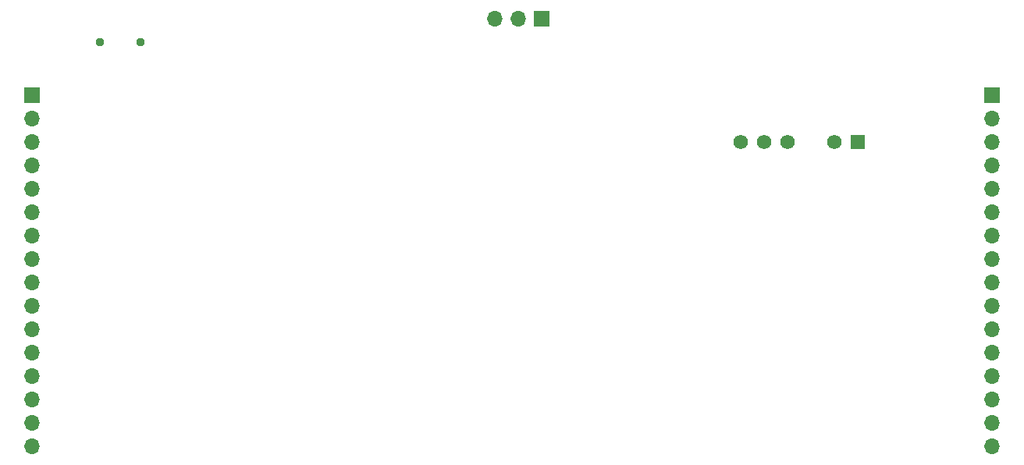
<source format=gbr>
%TF.GenerationSoftware,KiCad,Pcbnew,(5.1.7-0-10_14)*%
%TF.CreationDate,2021-01-27T15:42:46+08:00*%
%TF.ProjectId,BreadControl,42726561-6443-46f6-9e74-726f6c2e6b69,rev?*%
%TF.SameCoordinates,Original*%
%TF.FileFunction,Soldermask,Bot*%
%TF.FilePolarity,Negative*%
%FSLAX46Y46*%
G04 Gerber Fmt 4.6, Leading zero omitted, Abs format (unit mm)*
G04 Created by KiCad (PCBNEW (5.1.7-0-10_14)) date 2021-01-27 15:42:46*
%MOMM*%
%LPD*%
G01*
G04 APERTURE LIST*
%ADD10C,0.950000*%
%ADD11C,1.575000*%
%ADD12R,1.575000X1.575000*%
%ADD13O,1.700000X1.700000*%
%ADD14R,1.700000X1.700000*%
G04 APERTURE END LIST*
D10*
%TO.C,J4*%
X49825000Y-33020000D03*
X45425000Y-33020000D03*
%TD*%
D11*
%TO.C,PS1*%
X114935000Y-43815000D03*
X117475000Y-43815000D03*
X120015000Y-43815000D03*
X125095000Y-43815000D03*
D12*
X127635000Y-43815000D03*
%TD*%
D13*
%TO.C,J3*%
X88265000Y-30480000D03*
X90805000Y-30480000D03*
D14*
X93345000Y-30480000D03*
%TD*%
D13*
%TO.C,J2*%
X142240000Y-76835000D03*
X142240000Y-74295000D03*
X142240000Y-71755000D03*
X142240000Y-69215000D03*
X142240000Y-66675000D03*
X142240000Y-64135000D03*
X142240000Y-61595000D03*
X142240000Y-59055000D03*
X142240000Y-56515000D03*
X142240000Y-53975000D03*
X142240000Y-51435000D03*
X142240000Y-48895000D03*
X142240000Y-46355000D03*
X142240000Y-43815000D03*
X142240000Y-41275000D03*
D14*
X142240000Y-38735000D03*
%TD*%
D13*
%TO.C,J1*%
X38100000Y-76835000D03*
X38100000Y-74295000D03*
X38100000Y-71755000D03*
X38100000Y-69215000D03*
X38100000Y-66675000D03*
X38100000Y-64135000D03*
X38100000Y-61595000D03*
X38100000Y-59055000D03*
X38100000Y-56515000D03*
X38100000Y-53975000D03*
X38100000Y-51435000D03*
X38100000Y-48895000D03*
X38100000Y-46355000D03*
X38100000Y-43815000D03*
X38100000Y-41275000D03*
D14*
X38100000Y-38735000D03*
%TD*%
M02*

</source>
